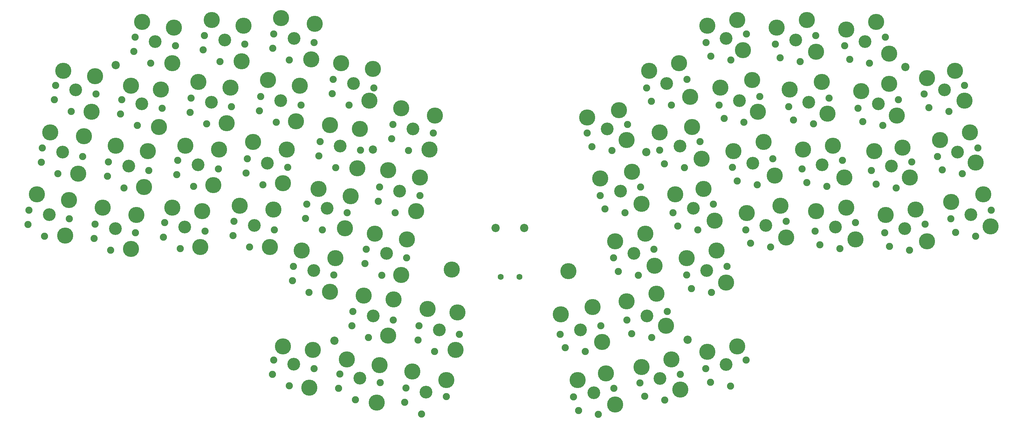
<source format=gts>
G04 #@! TF.GenerationSoftware,KiCad,Pcbnew,(6.0.9)*
G04 #@! TF.CreationDate,2022-12-10T11:28:18+09:00*
G04 #@! TF.ProjectId,kidoairaku-swallowtail,6b69646f-6169-4726-916b-752d7377616c,rev?*
G04 #@! TF.SameCoordinates,Original*
G04 #@! TF.FileFunction,Soldermask,Top*
G04 #@! TF.FilePolarity,Negative*
%FSLAX46Y46*%
G04 Gerber Fmt 4.6, Leading zero omitted, Abs format (unit mm)*
G04 Created by KiCad (PCBNEW (6.0.9)) date 2022-12-10 11:28:18*
%MOMM*%
%LPD*%
G01*
G04 APERTURE LIST*
%ADD10C,1.600000*%
%ADD11C,2.200000*%
%ADD12C,4.300000*%
%ADD13C,1.900000*%
%ADD14C,3.400000*%
G04 APERTURE END LIST*
D10*
G04 #@! TO.C,C1*
X150500000Y-112750000D03*
X145500000Y-112750000D03*
G04 #@! TD*
D11*
G04 #@! TO.C,H12*
X144145000Y-99695000D03*
G04 #@! TD*
G04 #@! TO.C,H11*
X151765000Y-99695000D03*
G04 #@! TD*
D12*
G04 #@! TO.C,D260*
X193355000Y-142800000D03*
G04 #@! TD*
G04 #@! TO.C,D259*
X176000000Y-146750000D03*
G04 #@! TD*
G04 #@! TO.C,D258*
X112500000Y-146250000D03*
G04 #@! TD*
G04 #@! TO.C,D257*
X94500000Y-142250000D03*
G04 #@! TD*
G04 #@! TO.C,D256*
X208500000Y-131250000D03*
G04 #@! TD*
G04 #@! TO.C,D255*
X200500000Y-132750000D03*
G04 #@! TD*
G04 #@! TO.C,D254*
X191000000Y-134750000D03*
G04 #@! TD*
G04 #@! TO.C,D253*
X183000000Y-136750000D03*
G04 #@! TD*
G04 #@! TO.C,D252*
X173500000Y-138500000D03*
G04 #@! TD*
G04 #@! TO.C,D251*
X166000000Y-140250000D03*
G04 #@! TD*
G04 #@! TO.C,D250*
X131000000Y-140250000D03*
G04 #@! TD*
G04 #@! TO.C,D249*
X122000000Y-138000000D03*
G04 #@! TD*
G04 #@! TO.C,D248*
X113200000Y-136250000D03*
G04 #@! TD*
G04 #@! TO.C,D247*
X104500000Y-134750000D03*
G04 #@! TD*
G04 #@! TO.C,D246*
X95500000Y-132250000D03*
G04 #@! TD*
G04 #@! TO.C,D245*
X87500000Y-131250000D03*
G04 #@! TD*
G04 #@! TO.C,D244*
X189500000Y-125750000D03*
G04 #@! TD*
G04 #@! TO.C,D243*
X172500000Y-130100000D03*
G04 #@! TD*
G04 #@! TO.C,D242*
X133500000Y-132250000D03*
G04 #@! TD*
G04 #@! TO.C,D241*
X115500000Y-128400000D03*
G04 #@! TD*
G04 #@! TO.C,D240*
X205500000Y-114250000D03*
G04 #@! TD*
G04 #@! TO.C,D239*
X187000000Y-117250000D03*
G04 #@! TD*
G04 #@! TO.C,D238*
X179000000Y-119250000D03*
G04 #@! TD*
G04 #@! TO.C,D237*
X170000000Y-120750000D03*
G04 #@! TD*
G04 #@! TO.C,D236*
X161500000Y-122750000D03*
G04 #@! TD*
G04 #@! TO.C,D235*
X134000000Y-122250000D03*
G04 #@! TD*
G04 #@! TO.C,D234*
X126000000Y-121250000D03*
G04 #@! TD*
G04 #@! TO.C,D233*
X117000000Y-118750000D03*
G04 #@! TD*
G04 #@! TO.C,D232*
X109000000Y-117750000D03*
G04 #@! TD*
G04 #@! TO.C,D231*
X100000000Y-116750000D03*
G04 #@! TD*
G04 #@! TO.C,D230*
X276000000Y-99250000D03*
G04 #@! TD*
G04 #@! TO.C,D229*
X259000000Y-103250000D03*
G04 #@! TD*
G04 #@! TO.C,D228*
X240000000Y-102750000D03*
G04 #@! TD*
G04 #@! TO.C,D227*
X221500000Y-102250000D03*
G04 #@! TD*
G04 #@! TO.C,D226*
X203000000Y-105750000D03*
G04 #@! TD*
G04 #@! TO.C,D225*
X195000000Y-107750000D03*
G04 #@! TD*
G04 #@! TO.C,D224*
X186500000Y-109750000D03*
G04 #@! TD*
G04 #@! TO.C,D223*
X119000000Y-112250000D03*
G04 #@! TD*
G04 #@! TO.C,D222*
X101500000Y-107750000D03*
G04 #@! TD*
G04 #@! TO.C,D221*
X92500000Y-105750000D03*
G04 #@! TD*
G04 #@! TO.C,D220*
X84000000Y-104750000D03*
G04 #@! TD*
G04 #@! TO.C,D219*
X65500000Y-104750000D03*
G04 #@! TD*
G04 #@! TO.C,D218*
X47000000Y-105250000D03*
G04 #@! TD*
G04 #@! TO.C,D217*
X29500000Y-101750000D03*
G04 #@! TD*
G04 #@! TO.C,D216*
X274000000Y-90750000D03*
G04 #@! TD*
G04 #@! TO.C,D215*
X265500000Y-92750000D03*
G04 #@! TD*
G04 #@! TO.C,D214*
X256000000Y-94750000D03*
G04 #@! TD*
G04 #@! TO.C,D213*
X248000000Y-96250000D03*
G04 #@! TD*
G04 #@! TO.C,D212*
X237500000Y-94250000D03*
G04 #@! TD*
G04 #@! TO.C,D211*
X229500000Y-95250000D03*
G04 #@! TD*
G04 #@! TO.C,D210*
X220000000Y-93750000D03*
G04 #@! TD*
G04 #@! TO.C,D209*
X211000000Y-95750000D03*
G04 #@! TD*
G04 #@! TO.C,D208*
X202500000Y-97750000D03*
G04 #@! TD*
G04 #@! TO.C,D207*
X184000000Y-101250000D03*
G04 #@! TD*
G04 #@! TO.C,D206*
X176000000Y-103250000D03*
G04 #@! TD*
G04 #@! TO.C,D205*
X120500000Y-102750000D03*
G04 #@! TD*
G04 #@! TO.C,D204*
X112000000Y-101250000D03*
G04 #@! TD*
G04 #@! TO.C,D203*
X104000000Y-99750000D03*
G04 #@! TD*
G04 #@! TO.C,D202*
X85000000Y-94750000D03*
G04 #@! TD*
G04 #@! TO.C,D201*
X76000000Y-93750000D03*
G04 #@! TD*
G04 #@! TO.C,D200*
X66000000Y-95250000D03*
G04 #@! TD*
G04 #@! TO.C,D199*
X58000000Y-94250000D03*
G04 #@! TD*
G04 #@! TO.C,D198*
X48500000Y-96250000D03*
G04 #@! TD*
G04 #@! TO.C,D197*
X39500000Y-94250000D03*
G04 #@! TD*
G04 #@! TO.C,D196*
X30500000Y-92250000D03*
G04 #@! TD*
G04 #@! TO.C,D195*
X22000000Y-90750000D03*
G04 #@! TD*
G04 #@! TO.C,D194*
X272000000Y-82250000D03*
G04 #@! TD*
G04 #@! TO.C,D193*
X254500000Y-86250000D03*
G04 #@! TD*
G04 #@! TO.C,D192*
X237000000Y-86250000D03*
G04 #@! TD*
G04 #@! TO.C,D191*
X218500000Y-85750000D03*
G04 #@! TD*
G04 #@! TO.C,D190*
X199500000Y-89250000D03*
G04 #@! TD*
G04 #@! TO.C,D189*
X192000000Y-90750000D03*
G04 #@! TD*
G04 #@! TO.C,D188*
X183000000Y-93250000D03*
G04 #@! TD*
G04 #@! TO.C,D187*
X123000000Y-95250000D03*
G04 #@! TD*
G04 #@! TO.C,D186*
X105500000Y-91250000D03*
G04 #@! TD*
G04 #@! TO.C,D185*
X97000000Y-89250000D03*
G04 #@! TD*
G04 #@! TO.C,D184*
X87500000Y-87750000D03*
G04 #@! TD*
G04 #@! TO.C,D183*
X69000000Y-88250000D03*
G04 #@! TD*
G04 #@! TO.C,D182*
X50500000Y-88750000D03*
G04 #@! TD*
G04 #@! TO.C,D181*
X33000000Y-85250000D03*
G04 #@! TD*
G04 #@! TO.C,D180*
X270500000Y-74250000D03*
G04 #@! TD*
G04 #@! TO.C,D179*
X262500000Y-76250000D03*
G04 #@! TD*
G04 #@! TO.C,D178*
X252500000Y-78250000D03*
G04 #@! TD*
G04 #@! TO.C,D177*
X245000000Y-79250000D03*
G04 #@! TD*
G04 #@! TO.C,D176*
X234000000Y-77750000D03*
G04 #@! TD*
G04 #@! TO.C,D175*
X226000000Y-78750000D03*
G04 #@! TD*
G04 #@! TO.C,D174*
X215500000Y-76750000D03*
G04 #@! TD*
G04 #@! TO.C,D173*
X207500000Y-79250000D03*
G04 #@! TD*
G04 #@! TO.C,D172*
X199000000Y-81250000D03*
G04 #@! TD*
G04 #@! TO.C,D171*
X180500000Y-84750000D03*
G04 #@! TD*
G04 #@! TO.C,D170*
X172000000Y-86500000D03*
G04 #@! TD*
G04 #@! TO.C,D169*
X124000000Y-86250000D03*
G04 #@! TD*
G04 #@! TO.C,D168*
X115500000Y-84250000D03*
G04 #@! TD*
G04 #@! TO.C,D167*
X107300000Y-83750000D03*
G04 #@! TD*
G04 #@! TO.C,D166*
X88500000Y-78750000D03*
G04 #@! TD*
G04 #@! TO.C,D165*
X79500000Y-76750000D03*
G04 #@! TD*
G04 #@! TO.C,D164*
X70500000Y-78750000D03*
G04 #@! TD*
G04 #@! TO.C,D163*
X61500000Y-77750000D03*
G04 #@! TD*
G04 #@! TO.C,D162*
X51500000Y-79250000D03*
G04 #@! TD*
G04 #@! TO.C,D161*
X43000000Y-77750000D03*
G04 #@! TD*
G04 #@! TO.C,D160*
X34500000Y-75250000D03*
G04 #@! TD*
G04 #@! TO.C,D159*
X25500000Y-74250000D03*
G04 #@! TD*
G04 #@! TO.C,D158*
X269000000Y-65750000D03*
G04 #@! TD*
G04 #@! TO.C,D157*
X251000000Y-69750000D03*
G04 #@! TD*
G04 #@! TO.C,D156*
X232500000Y-69250000D03*
G04 #@! TD*
G04 #@! TO.C,D155*
X214000000Y-68750000D03*
G04 #@! TD*
G04 #@! TO.C,D154*
X196500000Y-72750000D03*
G04 #@! TD*
G04 #@! TO.C,D153*
X187800000Y-74250000D03*
G04 #@! TD*
G04 #@! TO.C,D152*
X179000000Y-76250000D03*
G04 #@! TD*
G04 #@! TO.C,D151*
X126500000Y-78750000D03*
G04 #@! TD*
G04 #@! TO.C,D150*
X108000000Y-73250000D03*
G04 #@! TD*
G04 #@! TO.C,D149*
X100000000Y-72250000D03*
G04 #@! TD*
G04 #@! TO.C,D148*
X91000000Y-71250000D03*
G04 #@! TD*
G04 #@! TO.C,D147*
X72500000Y-71750000D03*
G04 #@! TD*
G04 #@! TO.C,D146*
X54500000Y-72750000D03*
G04 #@! TD*
G04 #@! TO.C,D145*
X36500000Y-68750000D03*
G04 #@! TD*
G04 #@! TO.C,D144*
X266500000Y-57750000D03*
G04 #@! TD*
G04 #@! TO.C,D143*
X259000000Y-59750000D03*
G04 #@! TD*
G04 #@! TO.C,D142*
X249000000Y-61250000D03*
G04 #@! TD*
G04 #@! TO.C,D141*
X241500000Y-63250000D03*
G04 #@! TD*
G04 #@! TO.C,D140*
X231000000Y-60750000D03*
G04 #@! TD*
G04 #@! TO.C,D139*
X222500000Y-62750000D03*
G04 #@! TD*
G04 #@! TO.C,D138*
X212500000Y-60250000D03*
G04 #@! TD*
G04 #@! TO.C,D137*
X204000000Y-62250000D03*
G04 #@! TD*
G04 #@! TO.C,D136*
X196000000Y-64750000D03*
G04 #@! TD*
G04 #@! TO.C,D135*
X177000000Y-68250000D03*
G04 #@! TD*
G04 #@! TO.C,D134*
X168500000Y-70250000D03*
G04 #@! TD*
G04 #@! TO.C,D133*
X128000000Y-69750000D03*
G04 #@! TD*
G04 #@! TO.C,D132*
X119000000Y-67750000D03*
G04 #@! TD*
G04 #@! TO.C,D131*
X110500000Y-65750000D03*
G04 #@! TD*
G04 #@! TO.C,D130*
X92000000Y-61750000D03*
G04 #@! TD*
G04 #@! TO.C,D129*
X83500000Y-60250000D03*
G04 #@! TD*
G04 #@! TO.C,D128*
X73500000Y-62250000D03*
G04 #@! TD*
G04 #@! TO.C,D127*
X65000000Y-60750000D03*
G04 #@! TD*
G04 #@! TO.C,D126*
X55000000Y-62750000D03*
G04 #@! TD*
G04 #@! TO.C,D125*
X47000000Y-61750000D03*
G04 #@! TD*
G04 #@! TO.C,D124*
X37500000Y-59250000D03*
G04 #@! TD*
G04 #@! TO.C,D123*
X29000000Y-57750000D03*
G04 #@! TD*
G04 #@! TO.C,D122*
X249000000Y-53250000D03*
G04 #@! TD*
G04 #@! TO.C,D121*
X229500000Y-52750000D03*
G04 #@! TD*
G04 #@! TO.C,D120*
X210000000Y-52250000D03*
G04 #@! TD*
G04 #@! TO.C,D119*
X193000000Y-55750000D03*
G04 #@! TD*
G04 #@! TO.C,D118*
X185000000Y-57750000D03*
G04 #@! TD*
G04 #@! TO.C,D117*
X111500000Y-57250000D03*
G04 #@! TD*
G04 #@! TO.C,D116*
X103000000Y-55750000D03*
G04 #@! TD*
G04 #@! TO.C,D115*
X95000000Y-54750000D03*
G04 #@! TD*
G04 #@! TO.C,D114*
X76500000Y-55250000D03*
G04 #@! TD*
G04 #@! TO.C,D113*
X58000000Y-55750000D03*
G04 #@! TD*
G04 #@! TO.C,D112*
X245500000Y-44750000D03*
G04 #@! TD*
G04 #@! TO.C,D111*
X237500000Y-46750000D03*
G04 #@! TD*
G04 #@! TO.C,D110*
X227000000Y-44250000D03*
G04 #@! TD*
G04 #@! TO.C,D109*
X219000000Y-46250000D03*
G04 #@! TD*
G04 #@! TO.C,D108*
X208500000Y-44250000D03*
G04 #@! TD*
G04 #@! TO.C,D107*
X200500000Y-45750000D03*
G04 #@! TD*
G04 #@! TO.C,D106*
X96000000Y-45250000D03*
G04 #@! TD*
G04 #@! TO.C,D105*
X87000000Y-43750000D03*
G04 #@! TD*
G04 #@! TO.C,D104*
X77000000Y-45750000D03*
G04 #@! TD*
G04 #@! TO.C,D103*
X68500000Y-44250000D03*
G04 #@! TD*
G04 #@! TO.C,D102*
X58500000Y-46250000D03*
G04 #@! TD*
G04 #@! TO.C,D101*
X50000000Y-44750000D03*
G04 #@! TD*
G04 #@! TO.C,D99*
X163500000Y-111250000D03*
G04 #@! TD*
G04 #@! TO.C,D97*
X132500000Y-110750000D03*
G04 #@! TD*
D13*
G04 #@! TO.C,SW52*
X214457832Y-64626145D03*
X203698208Y-66913173D03*
D14*
X209078020Y-65769659D03*
D13*
X204977346Y-70526178D03*
X210304699Y-71540730D03*
G04 #@! TD*
G04 #@! TO.C,SW76*
X55321229Y-67742606D03*
X44561605Y-65455578D03*
D14*
X49941417Y-66599092D03*
D13*
X44260615Y-69276494D03*
X48714738Y-72370163D03*
G04 #@! TD*
G04 #@! TO.C,SW86*
X37714573Y-64000195D03*
X26954949Y-61713167D03*
D14*
X32334761Y-62856681D03*
D13*
X26653959Y-65534083D03*
X31108082Y-68627752D03*
G04 #@! TD*
G04 #@! TO.C,SW67*
X51786731Y-84371115D03*
D14*
X46406919Y-83227601D03*
D13*
X41027107Y-82084087D03*
X40726117Y-85905003D03*
X45180240Y-88998672D03*
G04 #@! TD*
D14*
G04 #@! TO.C,SW24*
X184450000Y-123150000D03*
D13*
X179070188Y-124293514D03*
X189829812Y-122006486D03*
X180349326Y-127906519D03*
X185676679Y-128921071D03*
G04 #@! TD*
D14*
G04 #@! TO.C,SW14*
X205500000Y-136100000D03*
D13*
X200120188Y-137243514D03*
X210879812Y-134956486D03*
X201399326Y-140856519D03*
X206726679Y-141871071D03*
G04 #@! TD*
G04 #@! TO.C,SW74*
X247747768Y-100999624D03*
D14*
X253127580Y-99856110D03*
D13*
X258507392Y-98712596D03*
X249026906Y-104612629D03*
X254354259Y-105627181D03*
G04 #@! TD*
G04 #@! TO.C,SW17*
X102620188Y-138624996D03*
D14*
X108000000Y-139768510D03*
D13*
X113379812Y-140912024D03*
X102319198Y-142445912D03*
X106773321Y-145539581D03*
G04 #@! TD*
G04 #@! TO.C,SW71*
X237144272Y-51114097D03*
D14*
X242524084Y-49970583D03*
D13*
X247903896Y-48827069D03*
X238423410Y-54727102D03*
X243750763Y-55741654D03*
G04 #@! TD*
D14*
G04 #@! TO.C,SW31*
X173864706Y-73254479D03*
D13*
X168484894Y-74397993D03*
X179244518Y-72110965D03*
X169764032Y-78010998D03*
X175091385Y-79025550D03*
G04 #@! TD*
D11*
G04 #@! TO.C,H6*
X184250000Y-79500000D03*
G04 #@! TD*
D14*
G04 #@! TO.C,SW21*
X166750000Y-126900000D03*
D13*
X172129812Y-125756486D03*
X161370188Y-128043514D03*
X162649326Y-131656519D03*
X167976679Y-132671071D03*
G04 #@! TD*
D11*
G04 #@! TO.C,H4*
X101250000Y-129750000D03*
G04 #@! TD*
D13*
G04 #@! TO.C,SW57*
X70277012Y-83956399D03*
X59517388Y-81669371D03*
D14*
X64897200Y-82812885D03*
D13*
X59216398Y-85490287D03*
X63670521Y-88583956D03*
G04 #@! TD*
G04 #@! TO.C,SW72*
X240678771Y-67742606D03*
X251438395Y-65455578D03*
D14*
X246058583Y-66599092D03*
D13*
X241957909Y-71355611D03*
X247285262Y-72370163D03*
G04 #@! TD*
G04 #@! TO.C,SW45*
X95836291Y-50284663D03*
D14*
X90456479Y-49141149D03*
D13*
X85076667Y-47997635D03*
X84775677Y-51818551D03*
X89229800Y-54912220D03*
G04 #@! TD*
G04 #@! TO.C,SW46*
X81542168Y-64626145D03*
D14*
X86921980Y-65769659D03*
D13*
X92301792Y-66913173D03*
X81241178Y-68447061D03*
X85695301Y-71540730D03*
G04 #@! TD*
D14*
G04 #@! TO.C,SW23*
X180933703Y-106511498D03*
D13*
X186313515Y-105367984D03*
X175553891Y-107655012D03*
X176833029Y-111268017D03*
X182160382Y-112282569D03*
G04 #@! TD*
D14*
G04 #@! TO.C,SW51*
X205543521Y-49141149D03*
D13*
X210923333Y-47997635D03*
X200163709Y-50284663D03*
X201442847Y-53897668D03*
X206770200Y-54912220D03*
G04 #@! TD*
G04 #@! TO.C,SW15*
X123758645Y-125738896D03*
X134518269Y-128025924D03*
D14*
X129138457Y-126882410D03*
D13*
X123457655Y-129559812D03*
X127911778Y-132653481D03*
G04 #@! TD*
G04 #@! TO.C,SW53*
X207232707Y-83541682D03*
D14*
X212612519Y-82398168D03*
D13*
X217992331Y-81254654D03*
X208511845Y-87154687D03*
X213839198Y-88169239D03*
G04 #@! TD*
D14*
G04 #@! TO.C,SW43*
X196773111Y-94454833D03*
D13*
X202152923Y-93311319D03*
X191393299Y-95598347D03*
X192672437Y-99211352D03*
X197999790Y-100225904D03*
G04 #@! TD*
G04 #@! TO.C,SW36*
X108141200Y-78969838D03*
D14*
X102761388Y-77826324D03*
D13*
X97381576Y-76682810D03*
X97080586Y-80503726D03*
X101534709Y-83597395D03*
G04 #@! TD*
D14*
G04 #@! TO.C,SW12*
X170300000Y-143600000D03*
D13*
X164920188Y-144743514D03*
X175679812Y-142456486D03*
X166199326Y-148356519D03*
X171526679Y-149371071D03*
G04 #@! TD*
D11*
G04 #@! TO.C,H3*
X111500000Y-78750000D03*
G04 #@! TD*
D14*
G04 #@! TO.C,SW83*
X267199739Y-79485191D03*
D13*
X261819927Y-80628705D03*
X272579551Y-78341677D03*
X263099065Y-84241710D03*
X268426418Y-85256262D03*
G04 #@! TD*
G04 #@! TO.C,SW87*
X34180073Y-80628705D03*
D14*
X28800261Y-79485191D03*
D13*
X23420449Y-78341677D03*
X23119459Y-82162593D03*
X27573582Y-85256262D03*
G04 #@! TD*
D11*
G04 #@! TO.C,H2*
X43000000Y-56250000D03*
G04 #@! TD*
D13*
G04 #@! TO.C,SW32*
X182779017Y-88739474D03*
D14*
X177399205Y-89882988D03*
D13*
X172019393Y-91026502D03*
X173298531Y-94639507D03*
X178625884Y-95654059D03*
G04 #@! TD*
G04 #@! TO.C,SW84*
X276114049Y-94970186D03*
D14*
X270734237Y-96113700D03*
D13*
X265354425Y-97257214D03*
X266633563Y-100870219D03*
X271960916Y-101884771D03*
G04 #@! TD*
G04 #@! TO.C,SW34*
X194987798Y-112226855D03*
X205747422Y-109939827D03*
D14*
X200367610Y-111083341D03*
D13*
X196266936Y-115839860D03*
X201594289Y-116854412D03*
G04 #@! TD*
D14*
G04 #@! TO.C,SW75*
X53475916Y-49970583D03*
D13*
X48096104Y-48827069D03*
X58855728Y-51114097D03*
X47795114Y-52647985D03*
X52249237Y-55741654D03*
G04 #@! TD*
G04 #@! TO.C,SW37*
X104606701Y-95598347D03*
D14*
X99226889Y-94454833D03*
D13*
X93847077Y-93311319D03*
X93546087Y-97132235D03*
X98000210Y-100225904D03*
G04 #@! TD*
G04 #@! TO.C,SW64*
X240017111Y-98297880D03*
X229257487Y-100584908D03*
D14*
X234637299Y-99441394D03*
D13*
X230536625Y-104197913D03*
X235863978Y-105212465D03*
G04 #@! TD*
G04 #@! TO.C,SW16*
X120224146Y-142367406D03*
D14*
X125603958Y-143510920D03*
D13*
X130983770Y-144654434D03*
X119923156Y-146188322D03*
X124377279Y-149281991D03*
G04 #@! TD*
D11*
G04 #@! TO.C,H5*
X195250000Y-129500000D03*
G04 #@! TD*
D13*
G04 #@! TO.C,SW62*
X222188490Y-67327889D03*
D14*
X227568302Y-66184375D03*
D13*
X232948114Y-65040861D03*
X223467628Y-70940894D03*
X228794981Y-71955446D03*
G04 #@! TD*
D14*
G04 #@! TO.C,SW42*
X193238612Y-77826324D03*
D13*
X187858800Y-78969838D03*
X198618424Y-76682810D03*
X189137938Y-82582843D03*
X194465291Y-83597395D03*
G04 #@! TD*
G04 #@! TO.C,SW27*
X109686485Y-105367984D03*
D14*
X115066297Y-106511498D03*
D13*
X120446109Y-107655012D03*
X109385495Y-109188900D03*
X113839618Y-112282569D03*
G04 #@! TD*
G04 #@! TO.C,SW38*
X90312578Y-109939827D03*
D14*
X95692390Y-111083341D03*
D13*
X101072202Y-112226855D03*
X90011588Y-113760743D03*
X94465711Y-116854412D03*
G04 #@! TD*
D14*
G04 #@! TO.C,SW47*
X83387481Y-82398168D03*
D13*
X78007669Y-81254654D03*
X88767293Y-83541682D03*
X77706679Y-85075570D03*
X82160802Y-88169239D03*
G04 #@! TD*
G04 #@! TO.C,SW28*
X116911612Y-124283514D03*
D14*
X111531800Y-123140000D03*
D13*
X106151988Y-121996486D03*
X105850998Y-125817402D03*
X110305121Y-128911071D03*
G04 #@! TD*
D14*
G04 #@! TO.C,SW58*
X61362701Y-99441394D03*
D13*
X55982889Y-98297880D03*
X66742513Y-100584908D03*
X55681899Y-102118796D03*
X60136022Y-105212465D03*
G04 #@! TD*
D14*
G04 #@! TO.C,SW18*
X90393343Y-136026090D03*
D13*
X95773155Y-137169604D03*
X85013531Y-134882576D03*
X84712541Y-138703492D03*
X89166664Y-141797161D03*
G04 #@! TD*
G04 #@! TO.C,SW78*
X19885951Y-94970186D03*
X30645575Y-97257214D03*
D14*
X25265763Y-96113700D03*
D13*
X19584961Y-98791102D03*
X24039084Y-101884771D03*
G04 #@! TD*
G04 #@! TO.C,SW48*
X85232795Y-100170191D03*
X74473171Y-97883163D03*
D14*
X79852983Y-99026677D03*
D13*
X74172181Y-101704079D03*
X78626304Y-104797748D03*
G04 #@! TD*
D14*
G04 #@! TO.C,SW41*
X189704114Y-61197815D03*
D13*
X195083926Y-60054301D03*
X184324302Y-62341329D03*
X185603440Y-65954334D03*
X190930793Y-66968886D03*
G04 #@! TD*
G04 #@! TO.C,SW13*
X182570188Y-140993514D03*
D14*
X187950000Y-139850000D03*
D13*
X193329812Y-138706486D03*
X183849326Y-144606519D03*
X189176679Y-145621071D03*
G04 #@! TD*
G04 #@! TO.C,SW26*
X113220983Y-88739474D03*
D14*
X118600795Y-89882988D03*
D13*
X123980607Y-91026502D03*
X112919993Y-92560390D03*
X117374116Y-95654059D03*
G04 #@! TD*
G04 #@! TO.C,SW63*
X225722988Y-83956399D03*
D14*
X231102800Y-82812885D03*
D13*
X236482612Y-81669371D03*
X227002126Y-87569404D03*
X232329479Y-88583956D03*
G04 #@! TD*
D14*
G04 #@! TO.C,SW54*
X216147017Y-99026677D03*
D13*
X221526829Y-97883163D03*
X210767205Y-100170191D03*
X212046343Y-103783196D03*
X217373696Y-104797748D03*
G04 #@! TD*
G04 #@! TO.C,SW68*
X37492608Y-98712596D03*
D14*
X42872420Y-99856110D03*
D13*
X48252232Y-100999624D03*
X37191618Y-102533512D03*
X41645741Y-105627181D03*
G04 #@! TD*
G04 #@! TO.C,SW56*
X63051886Y-65040861D03*
D14*
X68431698Y-66184375D03*
D13*
X73811510Y-67327889D03*
X62750896Y-68861777D03*
X67205019Y-71955446D03*
G04 #@! TD*
D11*
G04 #@! TO.C,H1*
X253250000Y-56750000D03*
G04 #@! TD*
D13*
G04 #@! TO.C,SW65*
X77346010Y-50699380D03*
D14*
X71966198Y-49555866D03*
D13*
X66586386Y-48412352D03*
X66285396Y-52233268D03*
X70739519Y-55326937D03*
G04 #@! TD*
G04 #@! TO.C,SW35*
X111675698Y-62341329D03*
D14*
X106295886Y-61197815D03*
D13*
X100916074Y-60054301D03*
X100615084Y-63875217D03*
X105069207Y-66968886D03*
G04 #@! TD*
D14*
G04 #@! TO.C,SW82*
X263665239Y-62856681D03*
D13*
X258285427Y-64000195D03*
X269045051Y-61713167D03*
X259564565Y-67613200D03*
X264891918Y-68627752D03*
G04 #@! TD*
D14*
G04 #@! TO.C,SW61*
X224033802Y-49555866D03*
D13*
X218653990Y-50699380D03*
X229413614Y-48412352D03*
X219933128Y-54312385D03*
X225260481Y-55326937D03*
G04 #@! TD*
G04 #@! TO.C,SW25*
X116755482Y-72110965D03*
D14*
X122135294Y-73254479D03*
D13*
X127515106Y-74397993D03*
X116454492Y-75931881D03*
X120908615Y-79025550D03*
G04 #@! TD*
D14*
G04 #@! TO.C,SW73*
X249593081Y-83227601D03*
D13*
X254972893Y-82084087D03*
X244213269Y-84371115D03*
X245492407Y-87984120D03*
X250819760Y-88998672D03*
G04 #@! TD*
M02*

</source>
